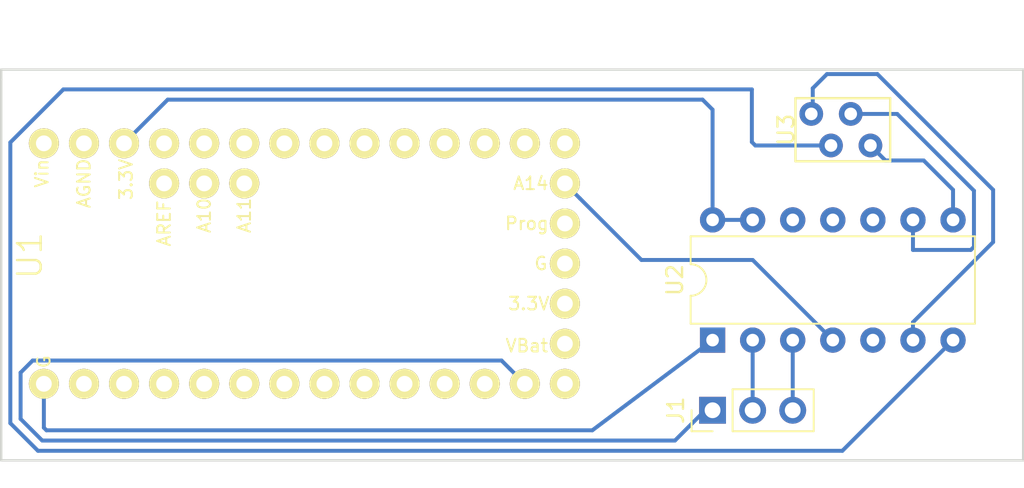
<source format=kicad_pcb>
(kicad_pcb (version 4) (host pcbnew 4.0.6)

  (general
    (links 11)
    (no_connects 0)
    (area 129.464999 88.024761 194.385001 119.533333)
    (thickness 1.6)
    (drawings 5)
    (tracks 53)
    (zones 0)
    (modules 4)
    (nets 47)
  )

  (page A4)
  (title_block
    (title Teensy-mp6-OEM)
  )

  (layers
    (0 F.Cu signal)
    (31 B.Cu signal)
    (32 B.Adhes user)
    (33 F.Adhes user)
    (34 B.Paste user)
    (35 F.Paste user)
    (36 B.SilkS user)
    (37 F.SilkS user)
    (38 B.Mask user)
    (39 F.Mask user)
    (40 Dwgs.User user)
    (41 Cmts.User user)
    (42 Eco1.User user)
    (43 Eco2.User user)
    (44 Edge.Cuts user)
    (45 Margin user)
    (46 B.CrtYd user)
    (47 F.CrtYd user)
    (48 B.Fab user)
    (49 F.Fab user)
  )

  (setup
    (last_trace_width 0.25)
    (trace_clearance 0.4)
    (zone_clearance 0.508)
    (zone_45_only no)
    (trace_min 0.2)
    (segment_width 0.2)
    (edge_width 0.15)
    (via_size 0.6)
    (via_drill 0.4)
    (via_min_size 0.4)
    (via_min_drill 0.3)
    (uvia_size 0.3)
    (uvia_drill 0.1)
    (uvias_allowed no)
    (uvia_min_size 0.2)
    (uvia_min_drill 0.1)
    (pcb_text_width 0.3)
    (pcb_text_size 1.5 1.5)
    (mod_edge_width 0.15)
    (mod_text_size 1 1)
    (mod_text_width 0.15)
    (pad_size 1.524 1.524)
    (pad_drill 0.762)
    (pad_to_mask_clearance 0.2)
    (aux_axis_origin 0 0)
    (visible_elements FFFFFF7F)
    (pcbplotparams
      (layerselection 0x00030_80000001)
      (usegerberextensions true)
      (excludeedgelayer true)
      (linewidth 0.100000)
      (plotframeref false)
      (viasonmask false)
      (mode 1)
      (useauxorigin false)
      (hpglpennumber 1)
      (hpglpenspeed 20)
      (hpglpendiameter 15)
      (hpglpenoverlay 2)
      (psnegative false)
      (psa4output false)
      (plotreference true)
      (plotvalue true)
      (plotinvisibletext false)
      (padsonsilk false)
      (subtractmaskfromsilk false)
      (outputformat 1)
      (mirror false)
      (drillshape 0)
      (scaleselection 1)
      (outputdirectory teensy-mp6-oem-gerber/))
  )

  (net 0 "")
  (net 1 "Net-(U1-Pad35)")
  (net 2 "Net-(U1-Pad34)")
  (net 3 "Net-(U1-Pad33)")
  (net 4 "Net-(U1-Pad32)")
  (net 5 "Net-(U1-Pad31)")
  (net 6 "Net-(U1-Pad30)")
  (net 7 "Net-(U1-Pad28)")
  (net 8 "Net-(U1-Pad29)")
  (net 9 "Net-(U1-Pad0)")
  (net 10 "Net-(U1-Pad1)")
  (net 11 "Net-(U1-Pad2)")
  (net 12 "Net-(U1-Pad3)")
  (net 13 "Net-(U1-Pad4)")
  (net 14 "Net-(U1-Pad5)")
  (net 15 "Net-(U1-Pad6)")
  (net 16 "Net-(U1-Pad7)")
  (net 17 "Net-(U1-Pad8)")
  (net 18 "Net-(U1-Pad9)")
  (net 19 "Net-(U1-Pad10)")
  (net 20 "Net-(U1-Pad12)")
  (net 21 "Net-(U1-Pad13)")
  (net 22 "Net-(U1-Pad14)")
  (net 23 "Net-(U1-Pad15)")
  (net 24 "Net-(U1-Pad16)")
  (net 25 "Net-(U1-Pad17)")
  (net 26 "Net-(U1-Pad18)")
  (net 27 "Net-(U1-Pad19)")
  (net 28 "Net-(U1-Pad20)")
  (net 29 "Net-(U1-Pad21)")
  (net 30 "Net-(U1-Pad22)")
  (net 31 "Net-(U1-Pad23)")
  (net 32 +3V3)
  (net 33 "Net-(U1-Pad25)")
  (net 34 "Net-(U1-Pad26)")
  (net 35 GND)
  (net 36 "Net-(U2-Pad8)")
  (net 37 "Net-(U2-Pad9)")
  (net 38 "Net-(U2-Pad10)")
  (net 39 "Net-(U2-Pad11)")
  (net 40 "Net-(U2-Pad5)")
  (net 41 "Net-(U2-Pad12)")
  (net 42 "Net-(U2-Pad6)")
  (net 43 "Net-(U2-Pad7)")
  (net 44 "Net-(J1-Pad1)")
  (net 45 "Net-(J1-Pad2)")
  (net 46 "Net-(J1-Pad3)")

  (net_class Default "This is the default net class."
    (clearance 0.4)
    (trace_width 0.25)
    (via_dia 0.6)
    (via_drill 0.4)
    (uvia_dia 0.3)
    (uvia_drill 0.1)
    (add_net +3V3)
    (add_net GND)
    (add_net "Net-(J1-Pad1)")
    (add_net "Net-(J1-Pad2)")
    (add_net "Net-(J1-Pad3)")
    (add_net "Net-(U1-Pad0)")
    (add_net "Net-(U1-Pad1)")
    (add_net "Net-(U1-Pad10)")
    (add_net "Net-(U1-Pad12)")
    (add_net "Net-(U1-Pad13)")
    (add_net "Net-(U1-Pad14)")
    (add_net "Net-(U1-Pad15)")
    (add_net "Net-(U1-Pad16)")
    (add_net "Net-(U1-Pad17)")
    (add_net "Net-(U1-Pad18)")
    (add_net "Net-(U1-Pad19)")
    (add_net "Net-(U1-Pad2)")
    (add_net "Net-(U1-Pad20)")
    (add_net "Net-(U1-Pad21)")
    (add_net "Net-(U1-Pad22)")
    (add_net "Net-(U1-Pad23)")
    (add_net "Net-(U1-Pad25)")
    (add_net "Net-(U1-Pad26)")
    (add_net "Net-(U1-Pad28)")
    (add_net "Net-(U1-Pad29)")
    (add_net "Net-(U1-Pad3)")
    (add_net "Net-(U1-Pad30)")
    (add_net "Net-(U1-Pad31)")
    (add_net "Net-(U1-Pad32)")
    (add_net "Net-(U1-Pad33)")
    (add_net "Net-(U1-Pad34)")
    (add_net "Net-(U1-Pad35)")
    (add_net "Net-(U1-Pad4)")
    (add_net "Net-(U1-Pad5)")
    (add_net "Net-(U1-Pad6)")
    (add_net "Net-(U1-Pad7)")
    (add_net "Net-(U1-Pad8)")
    (add_net "Net-(U1-Pad9)")
    (add_net "Net-(U2-Pad10)")
    (add_net "Net-(U2-Pad11)")
    (add_net "Net-(U2-Pad12)")
    (add_net "Net-(U2-Pad5)")
    (add_net "Net-(U2-Pad6)")
    (add_net "Net-(U2-Pad7)")
    (add_net "Net-(U2-Pad8)")
    (add_net "Net-(U2-Pad9)")
  )

  (module WheelerLab:Teensy-3.2 (layer F.Cu) (tedit 5787BC32) (tstamp 591DD2C6)
    (at 148.5011 105.0036)
    (path /591DB370)
    (fp_text reference U1 (at -17.145 -0.508 90) (layer F.SilkS)
      (effects (font (size 1.5 1.5) (thickness 0.15)))
    )
    (fp_text value Teensy_3.2 (at 0 -0.508) (layer F.Fab)
      (effects (font (size 1.5 1.5) (thickness 0.15)))
    )
    (fp_text user VBat (at 14.351 5.207) (layer F.SilkS)
      (effects (font (size 0.8 0.8) (thickness 0.125)))
    )
    (fp_text user 3.3V (at 14.478 2.54) (layer F.SilkS)
      (effects (font (size 0.8 0.8) (thickness 0.125)))
    )
    (fp_text user G (at 15.24 0) (layer F.SilkS)
      (effects (font (size 0.8 0.8) (thickness 0.125)))
    )
    (fp_text user Prog (at 14.351 -2.54) (layer F.SilkS)
      (effects (font (size 0.8 0.8) (thickness 0.125)))
    )
    (fp_text user A14 (at 14.605 -5.08) (layer F.SilkS)
      (effects (font (size 0.8 0.8) (thickness 0.125)))
    )
    (fp_text user G (at -16.256 6.223 90) (layer F.SilkS)
      (effects (font (size 0.8 0.8) (thickness 0.125)))
    )
    (fp_text user 3.3V (at -11.049 -5.334 90) (layer F.SilkS)
      (effects (font (size 0.8 0.8) (thickness 0.125)))
    )
    (fp_text user AGND (at -13.716 -5.08 270) (layer F.SilkS)
      (effects (font (size 0.8 0.8) (thickness 0.125)))
    )
    (fp_text user Vin (at -16.383 -5.715 270) (layer F.SilkS)
      (effects (font (size 0.8 0.8) (thickness 0.125)))
    )
    (fp_text user A11 (at -3.556 -3.048 270) (layer F.SilkS)
      (effects (font (size 0.8 0.8) (thickness 0.125)))
    )
    (fp_text user A10 (at -6.096 -3.048 270) (layer F.SilkS)
      (effects (font (size 0.8 0.8) (thickness 0.125)))
    )
    (fp_text user AREF (at -8.636 -2.54 270) (layer F.SilkS)
      (effects (font (size 0.8 0.8) (thickness 0.125)))
    )
    (pad 35 thru_hole circle (at -8.636 -5.08) (size 1.9 1.9) (drill 1) (layers *.Cu *.Mask F.SilkS)
      (net 1 "Net-(U1-Pad35)"))
    (pad 34 thru_hole circle (at -6.096 -5.08) (size 1.9 1.9) (drill 1) (layers *.Cu *.Mask F.SilkS)
      (net 2 "Net-(U1-Pad34)"))
    (pad 33 thru_hole circle (at -3.556 -5.08) (size 1.9 1.9) (drill 1) (layers *.Cu *.Mask F.SilkS)
      (net 3 "Net-(U1-Pad33)"))
    (pad 32 thru_hole circle (at 16.764 5.08) (size 1.9 1.9) (drill 1) (layers *.Cu *.Mask F.SilkS)
      (net 4 "Net-(U1-Pad32)"))
    (pad 31 thru_hole circle (at 16.764 2.54) (size 1.9 1.9) (drill 1) (layers *.Cu *.Mask F.SilkS)
      (net 5 "Net-(U1-Pad31)"))
    (pad 30 thru_hole circle (at 16.764 0) (size 1.9 1.9) (drill 1) (layers *.Cu *.Mask F.SilkS)
      (net 6 "Net-(U1-Pad30)"))
    (pad 28 thru_hole circle (at 16.764 -5.08) (size 1.9 1.9) (drill 1) (layers *.Cu *.Mask F.SilkS)
      (net 7 "Net-(U1-Pad28)"))
    (pad 29 thru_hole circle (at 16.764 -2.54) (size 1.9 1.9) (drill 1) (layers *.Cu *.Mask F.SilkS)
      (net 8 "Net-(U1-Pad29)"))
    (pad 0 thru_hole circle (at -13.716 7.62) (size 1.9 1.9) (drill 1) (layers *.Cu *.Mask F.SilkS)
      (net 9 "Net-(U1-Pad0)"))
    (pad 1 thru_hole circle (at -11.176 7.62) (size 1.9 1.9) (drill 1) (layers *.Cu *.Mask F.SilkS)
      (net 10 "Net-(U1-Pad1)"))
    (pad 2 thru_hole circle (at -8.636 7.62) (size 1.9 1.9) (drill 1) (layers *.Cu *.Mask F.SilkS)
      (net 11 "Net-(U1-Pad2)"))
    (pad 3 thru_hole circle (at -6.096 7.62) (size 1.9 1.9) (drill 1) (layers *.Cu *.Mask F.SilkS)
      (net 12 "Net-(U1-Pad3)"))
    (pad 4 thru_hole circle (at -3.556 7.62) (size 1.9 1.9) (drill 1) (layers *.Cu *.Mask F.SilkS)
      (net 13 "Net-(U1-Pad4)"))
    (pad 5 thru_hole circle (at -1.016 7.62) (size 1.9 1.9) (drill 1) (layers *.Cu *.Mask F.SilkS)
      (net 14 "Net-(U1-Pad5)"))
    (pad 6 thru_hole circle (at 1.524 7.62) (size 1.9 1.9) (drill 1) (layers *.Cu *.Mask F.SilkS)
      (net 15 "Net-(U1-Pad6)"))
    (pad 7 thru_hole circle (at 4.064 7.62) (size 1.9 1.9) (drill 1) (layers *.Cu *.Mask F.SilkS)
      (net 16 "Net-(U1-Pad7)"))
    (pad 8 thru_hole circle (at 6.604 7.62) (size 1.9 1.9) (drill 1) (layers *.Cu *.Mask F.SilkS)
      (net 17 "Net-(U1-Pad8)"))
    (pad 9 thru_hole circle (at 9.144 7.62) (size 1.9 1.9) (drill 1) (layers *.Cu *.Mask F.SilkS)
      (net 18 "Net-(U1-Pad9)"))
    (pad 10 thru_hole circle (at 11.684 7.62) (size 1.9 1.9) (drill 1) (layers *.Cu *.Mask F.SilkS)
      (net 19 "Net-(U1-Pad10)"))
    (pad 11 thru_hole circle (at 14.224 7.62) (size 1.9 1.9) (drill 1) (layers *.Cu *.Mask F.SilkS)
      (net 44 "Net-(J1-Pad1)"))
    (pad 12 thru_hole circle (at 16.764 7.62) (size 1.9 1.9) (drill 1) (layers *.Cu *.Mask F.SilkS)
      (net 20 "Net-(U1-Pad12)"))
    (pad 13 thru_hole circle (at 16.764 -7.62) (size 1.9 1.9) (drill 1) (layers *.Cu *.Mask F.SilkS)
      (net 21 "Net-(U1-Pad13)"))
    (pad 14 thru_hole circle (at 14.224 -7.62) (size 1.9 1.9) (drill 1) (layers *.Cu *.Mask F.SilkS)
      (net 22 "Net-(U1-Pad14)"))
    (pad 15 thru_hole circle (at 11.684 -7.62) (size 1.9 1.9) (drill 1) (layers *.Cu *.Mask F.SilkS)
      (net 23 "Net-(U1-Pad15)"))
    (pad 16 thru_hole circle (at 9.144 -7.62) (size 1.9 1.9) (drill 1) (layers *.Cu *.Mask F.SilkS)
      (net 24 "Net-(U1-Pad16)"))
    (pad 17 thru_hole circle (at 6.604 -7.62) (size 1.9 1.9) (drill 1) (layers *.Cu *.Mask F.SilkS)
      (net 25 "Net-(U1-Pad17)"))
    (pad 18 thru_hole circle (at 4.064 -7.62) (size 1.9 1.9) (drill 1) (layers *.Cu *.Mask F.SilkS)
      (net 26 "Net-(U1-Pad18)"))
    (pad 19 thru_hole circle (at 1.524 -7.62) (size 1.9 1.9) (drill 1) (layers *.Cu *.Mask F.SilkS)
      (net 27 "Net-(U1-Pad19)"))
    (pad 20 thru_hole circle (at -1.016 -7.62) (size 1.9 1.9) (drill 1) (layers *.Cu *.Mask F.SilkS)
      (net 28 "Net-(U1-Pad20)"))
    (pad 21 thru_hole circle (at -3.556 -7.62) (size 1.9 1.9) (drill 1) (layers *.Cu *.Mask F.SilkS)
      (net 29 "Net-(U1-Pad21)"))
    (pad 22 thru_hole circle (at -6.096 -7.62) (size 1.9 1.9) (drill 1) (layers *.Cu *.Mask F.SilkS)
      (net 30 "Net-(U1-Pad22)"))
    (pad 23 thru_hole circle (at -8.636 -7.62) (size 1.9 1.9) (drill 1) (layers *.Cu *.Mask F.SilkS)
      (net 31 "Net-(U1-Pad23)"))
    (pad 24 thru_hole circle (at -11.176 -7.62) (size 1.9 1.9) (drill 1) (layers *.Cu *.Mask F.SilkS)
      (net 32 +3V3))
    (pad 25 thru_hole circle (at -13.716 -7.62) (size 1.9 1.9) (drill 1) (layers *.Cu *.Mask F.SilkS)
      (net 33 "Net-(U1-Pad25)"))
    (pad 26 thru_hole circle (at -16.256 -7.62) (size 1.9 1.9) (drill 1) (layers *.Cu *.Mask F.SilkS)
      (net 34 "Net-(U1-Pad26)"))
    (pad 27 thru_hole circle (at -16.256 7.62) (size 1.9 1.9) (drill 1) (layers *.Cu *.Mask F.SilkS)
      (net 35 GND))
  )

  (module Housings_DIP:DIP-14_W7.62mm (layer F.Cu) (tedit 58CC8E2C) (tstamp 591DD2D8)
    (at 174.625 109.855 90)
    (descr "14-lead dip package, row spacing 7.62 mm (300 mils)")
    (tags "DIL DIP PDIP 2.54mm 7.62mm 300mil")
    (path /591DD80A)
    (fp_text reference U2 (at 3.81 -2.39 90) (layer F.SilkS)
      (effects (font (size 1 1) (thickness 0.15)))
    )
    (fp_text value mp6-OEM (at 3.81 17.63 90) (layer F.Fab)
      (effects (font (size 1 1) (thickness 0.15)))
    )
    (fp_text user %R (at 3.81 7.62 90) (layer F.Fab)
      (effects (font (size 1 1) (thickness 0.15)))
    )
    (fp_line (start 1.635 -1.27) (end 6.985 -1.27) (layer F.Fab) (width 0.1))
    (fp_line (start 6.985 -1.27) (end 6.985 16.51) (layer F.Fab) (width 0.1))
    (fp_line (start 6.985 16.51) (end 0.635 16.51) (layer F.Fab) (width 0.1))
    (fp_line (start 0.635 16.51) (end 0.635 -0.27) (layer F.Fab) (width 0.1))
    (fp_line (start 0.635 -0.27) (end 1.635 -1.27) (layer F.Fab) (width 0.1))
    (fp_line (start 2.81 -1.39) (end 1.04 -1.39) (layer F.SilkS) (width 0.12))
    (fp_line (start 1.04 -1.39) (end 1.04 16.63) (layer F.SilkS) (width 0.12))
    (fp_line (start 1.04 16.63) (end 6.58 16.63) (layer F.SilkS) (width 0.12))
    (fp_line (start 6.58 16.63) (end 6.58 -1.39) (layer F.SilkS) (width 0.12))
    (fp_line (start 6.58 -1.39) (end 4.81 -1.39) (layer F.SilkS) (width 0.12))
    (fp_line (start -1.1 -1.6) (end -1.1 16.8) (layer F.CrtYd) (width 0.05))
    (fp_line (start -1.1 16.8) (end 8.7 16.8) (layer F.CrtYd) (width 0.05))
    (fp_line (start 8.7 16.8) (end 8.7 -1.6) (layer F.CrtYd) (width 0.05))
    (fp_line (start 8.7 -1.6) (end -1.1 -1.6) (layer F.CrtYd) (width 0.05))
    (fp_arc (start 3.81 -1.39) (end 2.81 -1.39) (angle -180) (layer F.SilkS) (width 0.12))
    (pad 1 thru_hole rect (at 0 0 90) (size 1.6 1.6) (drill 0.8) (layers *.Cu *.Mask)
      (net 35 GND))
    (pad 8 thru_hole oval (at 7.62 15.24 90) (size 1.6 1.6) (drill 0.8) (layers *.Cu *.Mask)
      (net 36 "Net-(U2-Pad8)"))
    (pad 2 thru_hole oval (at 0 2.54 90) (size 1.6 1.6) (drill 0.8) (layers *.Cu *.Mask)
      (net 45 "Net-(J1-Pad2)"))
    (pad 9 thru_hole oval (at 7.62 12.7 90) (size 1.6 1.6) (drill 0.8) (layers *.Cu *.Mask)
      (net 37 "Net-(U2-Pad9)"))
    (pad 3 thru_hole oval (at 0 5.08 90) (size 1.6 1.6) (drill 0.8) (layers *.Cu *.Mask)
      (net 46 "Net-(J1-Pad3)"))
    (pad 10 thru_hole oval (at 7.62 10.16 90) (size 1.6 1.6) (drill 0.8) (layers *.Cu *.Mask)
      (net 38 "Net-(U2-Pad10)"))
    (pad 4 thru_hole oval (at 0 7.62 90) (size 1.6 1.6) (drill 0.8) (layers *.Cu *.Mask)
      (net 7 "Net-(U1-Pad28)"))
    (pad 11 thru_hole oval (at 7.62 7.62 90) (size 1.6 1.6) (drill 0.8) (layers *.Cu *.Mask)
      (net 39 "Net-(U2-Pad11)"))
    (pad 5 thru_hole oval (at 0 10.16 90) (size 1.6 1.6) (drill 0.8) (layers *.Cu *.Mask)
      (net 40 "Net-(U2-Pad5)"))
    (pad 12 thru_hole oval (at 7.62 5.08 90) (size 1.6 1.6) (drill 0.8) (layers *.Cu *.Mask)
      (net 41 "Net-(U2-Pad12)"))
    (pad 6 thru_hole oval (at 0 12.7 90) (size 1.6 1.6) (drill 0.8) (layers *.Cu *.Mask)
      (net 42 "Net-(U2-Pad6)"))
    (pad 13 thru_hole oval (at 7.62 2.54 90) (size 1.6 1.6) (drill 0.8) (layers *.Cu *.Mask)
      (net 32 +3V3))
    (pad 7 thru_hole oval (at 0 15.24 90) (size 1.6 1.6) (drill 0.8) (layers *.Cu *.Mask)
      (net 43 "Net-(U2-Pad7)"))
    (pad 14 thru_hole oval (at 7.62 0 90) (size 1.6 1.6) (drill 0.8) (layers *.Cu *.Mask)
      (net 32 +3V3))
    (model Housings_DIP.3dshapes/DIP-14_W7.62mm.wrl
      (at (xyz 0 0 0))
      (scale (xyz 1 1 1))
      (rotate (xyz 0 0 0))
    )
  )

  (module Pin_Headers:Pin_Header_Straight_1x03_Pitch2.54mm (layer F.Cu) (tedit 58CD4EC1) (tstamp 591F21C0)
    (at 174.625 114.3 90)
    (descr "Through hole straight pin header, 1x03, 2.54mm pitch, single row")
    (tags "Through hole pin header THT 1x03 2.54mm single row")
    (path /591DFC7B)
    (fp_text reference J1 (at 0 -2.33 90) (layer F.SilkS)
      (effects (font (size 1 1) (thickness 0.15)))
    )
    (fp_text value CONN_01X03 (at 0 7.41 90) (layer F.Fab)
      (effects (font (size 1 1) (thickness 0.15)))
    )
    (fp_line (start -1.27 -1.27) (end -1.27 6.35) (layer F.Fab) (width 0.1))
    (fp_line (start -1.27 6.35) (end 1.27 6.35) (layer F.Fab) (width 0.1))
    (fp_line (start 1.27 6.35) (end 1.27 -1.27) (layer F.Fab) (width 0.1))
    (fp_line (start 1.27 -1.27) (end -1.27 -1.27) (layer F.Fab) (width 0.1))
    (fp_line (start -1.33 1.27) (end -1.33 6.41) (layer F.SilkS) (width 0.12))
    (fp_line (start -1.33 6.41) (end 1.33 6.41) (layer F.SilkS) (width 0.12))
    (fp_line (start 1.33 6.41) (end 1.33 1.27) (layer F.SilkS) (width 0.12))
    (fp_line (start 1.33 1.27) (end -1.33 1.27) (layer F.SilkS) (width 0.12))
    (fp_line (start -1.33 0) (end -1.33 -1.33) (layer F.SilkS) (width 0.12))
    (fp_line (start -1.33 -1.33) (end 0 -1.33) (layer F.SilkS) (width 0.12))
    (fp_line (start -1.8 -1.8) (end -1.8 6.85) (layer F.CrtYd) (width 0.05))
    (fp_line (start -1.8 6.85) (end 1.8 6.85) (layer F.CrtYd) (width 0.05))
    (fp_line (start 1.8 6.85) (end 1.8 -1.8) (layer F.CrtYd) (width 0.05))
    (fp_line (start 1.8 -1.8) (end -1.8 -1.8) (layer F.CrtYd) (width 0.05))
    (fp_text user %R (at 0 -2.33 90) (layer F.Fab)
      (effects (font (size 1 1) (thickness 0.15)))
    )
    (pad 1 thru_hole rect (at 0 0 90) (size 1.7 1.7) (drill 1) (layers *.Cu *.Mask)
      (net 44 "Net-(J1-Pad1)"))
    (pad 2 thru_hole oval (at 0 2.54 90) (size 1.7 1.7) (drill 1) (layers *.Cu *.Mask)
      (net 45 "Net-(J1-Pad2)"))
    (pad 3 thru_hole oval (at 0 5.08 90) (size 1.7 1.7) (drill 1) (layers *.Cu *.Mask)
      (net 46 "Net-(J1-Pad3)"))
    (model ${KISYS3DMOD}/Pin_Headers.3dshapes/Pin_Header_Straight_1x03_Pitch2.54mm.wrl
      (at (xyz 0 -0.1 0))
      (scale (xyz 1 1 1))
      (rotate (xyz 0 0 90))
    )
  )

  (module WheelerLab:mp6-pump-footprint (layer F.Cu) (tedit 591F38C1) (tstamp 59223B5D)
    (at 182.88 96.52 90)
    (descr "surface-mounted straight pin header, 1x04, 1.27mm pitch, single row, style 2 (pin 1 right)")
    (tags "Surface mounted pin header SMD 1x04 1.27mm single row style2 pin1 right")
    (path /591F21B7)
    (attr smd)
    (fp_text reference U3 (at 0 -3.6 90) (layer F.SilkS)
      (effects (font (size 1 1) (thickness 0.15)))
    )
    (fp_text value mp6-pump-conector (at 0 3.6 90) (layer F.Fab)
      (effects (font (size 1 1) (thickness 0.15)))
    )
    (fp_line (start 2 -3) (end -2 -3) (layer F.SilkS) (width 0.15))
    (fp_line (start 2 3) (end 2 -3) (layer F.SilkS) (width 0.15))
    (fp_line (start -2 3) (end 2 3) (layer F.SilkS) (width 0.15))
    (fp_line (start -2 -3) (end -2 3) (layer F.SilkS) (width 0.15))
    (fp_text user %R (at 0 -3.6 90) (layer F.Fab)
      (effects (font (size 1 1) (thickness 0.15)))
    )
    (pad 2 thru_hole circle (at -1 -0.75 90) (size 1.5 1.5) (drill 0.8) (layers *.Cu *.Mask)
      (net 43 "Net-(U2-Pad7)"))
    (pad 4 thru_hole circle (at -1 1.75 90) (size 1.5 1.5) (drill 0.8) (layers *.Cu *.Mask)
      (net 36 "Net-(U2-Pad8)"))
    (pad 1 thru_hole circle (at 1 -2 90) (size 1.5 1.5) (drill 0.8) (layers *.Cu *.Mask)
      (net 42 "Net-(U2-Pad6)"))
    (pad 3 thru_hole circle (at 1 0.5 90) (size 1.5 1.5) (drill 0.8) (layers *.Cu *.Mask)
      (net 37 "Net-(U2-Pad9)"))
    (model ${KISYS3DMOD}/Pin_Headers.3dshapes/Pin_Header_Straight_1x04_Pitch1.27mm_SMD_Pin1Right.wrl
      (at (xyz 0 0 0))
      (scale (xyz 1 1 1))
      (rotate (xyz 0 0 0))
    )
  )

  (gr_line (start 129.54 93.345) (end 129.54 92.71) (angle 90) (layer Edge.Cuts) (width 0.15))
  (gr_line (start 129.54 117.475) (end 129.54 93.345) (angle 90) (layer Edge.Cuts) (width 0.15))
  (gr_line (start 194.31 117.475) (end 129.54 117.475) (angle 90) (layer Edge.Cuts) (width 0.15))
  (gr_line (start 194.31 92.71) (end 194.31 117.475) (angle 90) (layer Edge.Cuts) (width 0.15))
  (gr_line (start 129.54 92.71) (end 194.31 92.71) (angle 90) (layer Edge.Cuts) (width 0.15))

  (segment (start 182.245 109.855) (end 177.165 104.775) (width 0.25) (layer B.Cu) (net 7))
  (segment (start 177.165 104.775) (end 170.1165 104.775) (width 0.25) (layer B.Cu) (net 7))
  (segment (start 166.215099 100.873599) (end 165.2651 99.9236) (width 0.25) (layer B.Cu) (net 7))
  (segment (start 170.1165 104.775) (end 166.215099 100.873599) (width 0.25) (layer B.Cu) (net 7))
  (segment (start 174.625 102.235) (end 174.625 95.25) (width 0.25) (layer B.Cu) (net 32) (status 10))
  (segment (start 174.625 95.25) (end 173.99 94.615) (width 0.25) (layer B.Cu) (net 32) (tstamp 591DD2F9))
  (segment (start 174.625 102.235) (end 177.165 102.235) (width 0.25) (layer B.Cu) (net 32) (status 30))
  (segment (start 140.0937 94.615) (end 137.3251 97.3836) (width 0.25) (layer B.Cu) (net 32) (tstamp 591DD303))
  (segment (start 173.99 94.615) (end 140.0937 94.615) (width 0.25) (layer B.Cu) (net 32) (tstamp 591DD2FE))
  (segment (start 132.2451 112.6236) (end 132.2451 115.4049) (width 0.25) (layer B.Cu) (net 35))
  (segment (start 167.005 115.57) (end 174.625 109.855) (width 0.25) (layer B.Cu) (net 35) (tstamp 591DD315) (status 20))
  (segment (start 132.4102 115.57) (end 167.005 115.57) (width 0.25) (layer B.Cu) (net 35) (tstamp 591DD311))
  (segment (start 132.2451 115.4049) (end 132.4102 115.57) (width 0.25) (layer B.Cu) (net 35) (tstamp 591DD30F))
  (segment (start 188.005 98.47) (end 185.58 98.47) (width 0.25) (layer B.Cu) (net 36))
  (segment (start 185.58 98.47) (end 184.63 97.52) (width 0.25) (layer B.Cu) (net 36))
  (segment (start 189.865 100.33) (end 188.005 98.47) (width 0.25) (layer B.Cu) (net 36))
  (segment (start 189.865 102.235) (end 189.865 100.33) (width 0.25) (layer B.Cu) (net 36))
  (segment (start 191.190001 100.385001) (end 186.325 95.52) (width 0.25) (layer B.Cu) (net 37))
  (segment (start 186.325 95.52) (end 183.38 95.52) (width 0.25) (layer B.Cu) (net 37))
  (segment (start 190.989378 104.14) (end 191.190001 103.939377) (width 0.25) (layer B.Cu) (net 37))
  (segment (start 191.190001 103.939377) (end 191.190001 100.385001) (width 0.25) (layer B.Cu) (net 37))
  (segment (start 187.325 104.14) (end 190.989378 104.14) (width 0.25) (layer B.Cu) (net 37))
  (segment (start 187.325 102.235) (end 187.325 104.14) (width 0.25) (layer B.Cu) (net 37))
  (segment (start 187.325 109.855) (end 187.325 108.72363) (width 0.25) (layer B.Cu) (net 42))
  (segment (start 187.325 108.72363) (end 192.405 103.64363) (width 0.25) (layer B.Cu) (net 42))
  (segment (start 192.405 103.64363) (end 192.405 100.33) (width 0.25) (layer B.Cu) (net 42))
  (segment (start 192.405 100.33) (end 185.069999 92.994999) (width 0.25) (layer B.Cu) (net 42))
  (segment (start 185.069999 92.994999) (end 181.875001 92.994999) (width 0.25) (layer B.Cu) (net 42))
  (segment (start 181.875001 92.994999) (end 180.975 93.895) (width 0.25) (layer B.Cu) (net 42))
  (segment (start 180.975 93.895) (end 180.975 95.425) (width 0.25) (layer B.Cu) (net 42))
  (segment (start 180.975 95.425) (end 180.88 95.52) (width 0.25) (layer B.Cu) (net 42))
  (segment (start 177.11499 93.96499) (end 177.11499 97.30001) (width 0.25) (layer B.Cu) (net 43))
  (segment (start 177.11499 97.30001) (end 177.33498 97.52) (width 0.25) (layer B.Cu) (net 43))
  (segment (start 177.33498 97.52) (end 182.13 97.52) (width 0.25) (layer B.Cu) (net 43))
  (segment (start 189.865 109.855) (end 182.84998 116.87002) (width 0.25) (layer B.Cu) (net 43))
  (segment (start 182.84998 116.87002) (end 131.871716 116.87002) (width 0.25) (layer B.Cu) (net 43))
  (segment (start 131.871716 116.87002) (end 130.120089 115.118393) (width 0.25) (layer B.Cu) (net 43))
  (segment (start 130.120089 115.118393) (end 130.120089 97.325609) (width 0.25) (layer B.Cu) (net 43))
  (segment (start 130.120089 97.325609) (end 133.480708 93.96499) (width 0.25) (layer B.Cu) (net 43))
  (segment (start 133.480708 93.96499) (end 177.11499 93.96499) (width 0.25) (layer B.Cu) (net 43))
  (segment (start 161.775101 111.673601) (end 162.7251 112.6236) (width 0.25) (layer B.Cu) (net 44))
  (segment (start 175.26 114.3) (end 174.16 114.3) (width 0.25) (layer B.Cu) (net 44))
  (segment (start 174.16 114.3) (end 172.23999 116.22001) (width 0.25) (layer B.Cu) (net 44))
  (segment (start 172.23999 116.22001) (end 132.140958 116.22001) (width 0.25) (layer B.Cu) (net 44))
  (segment (start 132.140958 116.22001) (end 130.770099 114.849151) (width 0.25) (layer B.Cu) (net 44))
  (segment (start 130.770099 114.849151) (end 130.770099 111.915599) (width 0.25) (layer B.Cu) (net 44))
  (segment (start 130.770099 111.915599) (end 131.537099 111.148599) (width 0.25) (layer B.Cu) (net 44))
  (segment (start 131.537099 111.148599) (end 161.250099 111.148599) (width 0.25) (layer B.Cu) (net 44))
  (segment (start 161.250099 111.148599) (end 161.775101 111.673601) (width 0.25) (layer B.Cu) (net 44))
  (segment (start 177.165 109.855) (end 177.165 113.665) (width 0.25) (layer B.Cu) (net 45))
  (segment (start 177.165 113.665) (end 177.8 114.3) (width 0.25) (layer B.Cu) (net 45))
  (segment (start 179.705 109.855) (end 179.705 113.665) (width 0.25) (layer B.Cu) (net 46))
  (segment (start 179.705 113.665) (end 180.34 114.3) (width 0.25) (layer B.Cu) (net 46))

)

</source>
